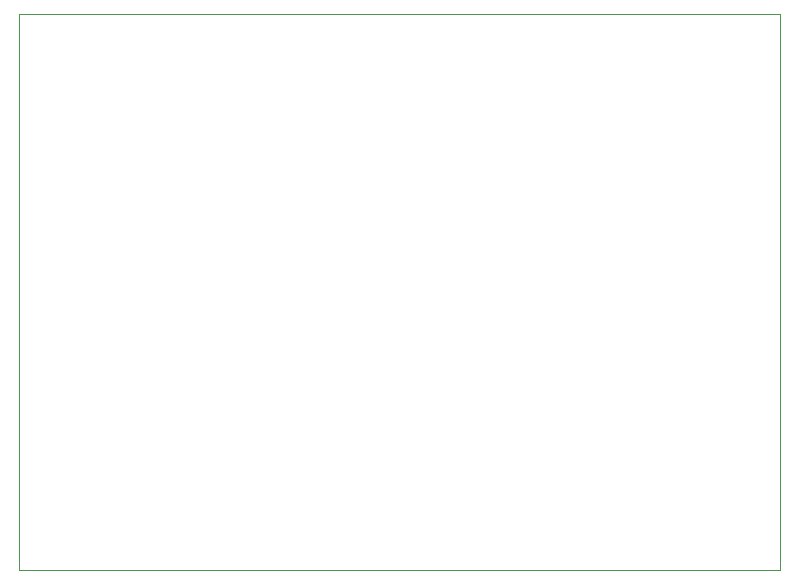
<source format=gko>
G04 #@! TF.GenerationSoftware,KiCad,Pcbnew,6.0.0-rc1-unknown-6a5744a~66~ubuntu18.04.1*
G04 #@! TF.CreationDate,2018-10-14T14:19:46-07:00*
G04 #@! TF.ProjectId,EExtruder,4545787472756465722E6B696361645F,rev?*
G04 #@! TF.SameCoordinates,Original*
G04 #@! TF.FileFunction,Profile,NP*
%FSLAX46Y46*%
G04 Gerber Fmt 4.6, Leading zero omitted, Abs format (unit mm)*
G04 Created by KiCad (PCBNEW 6.0.0-rc1-unknown-6a5744a~66~ubuntu18.04.1) date Sun 14 Oct 2018 02:19:46 PM PDT*
%MOMM*%
%LPD*%
G01*
G04 APERTURE LIST*
%ADD10C,0.050000*%
G04 APERTURE END LIST*
D10*
X127952500Y-130175000D02*
X127952500Y-83121500D01*
X192341500Y-130175000D02*
X127952500Y-130175000D01*
X192341500Y-83121500D02*
X192341500Y-130175000D01*
X127952500Y-83121500D02*
X192341500Y-83121500D01*
M02*

</source>
